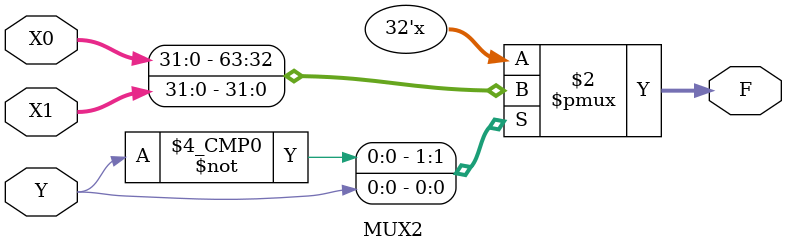
<source format=v>
module MUX4(
	input [31:0] X0,
	input [31:0] X1,
	input [31:0] X2,
	input [31:0] X3,
	input [1:0] Y,
	output reg [31:0] F
);

    //add your code here
    always @ *
        case(Y)
            2'b00: F = X0;
            2'b01: F = X1;
            2'b10: F = X2;
            2'b11: F = X3;
        endcase
endmodule

module MUX2(
	input [31:0] X0,
	input [31:0] X1,
	input Y,
	output reg [31:0] F
);
    //add your code here
    always @ *
        case(Y)
            0: F = X0;
            1: F = X1;
        endcase
endmodule
</source>
